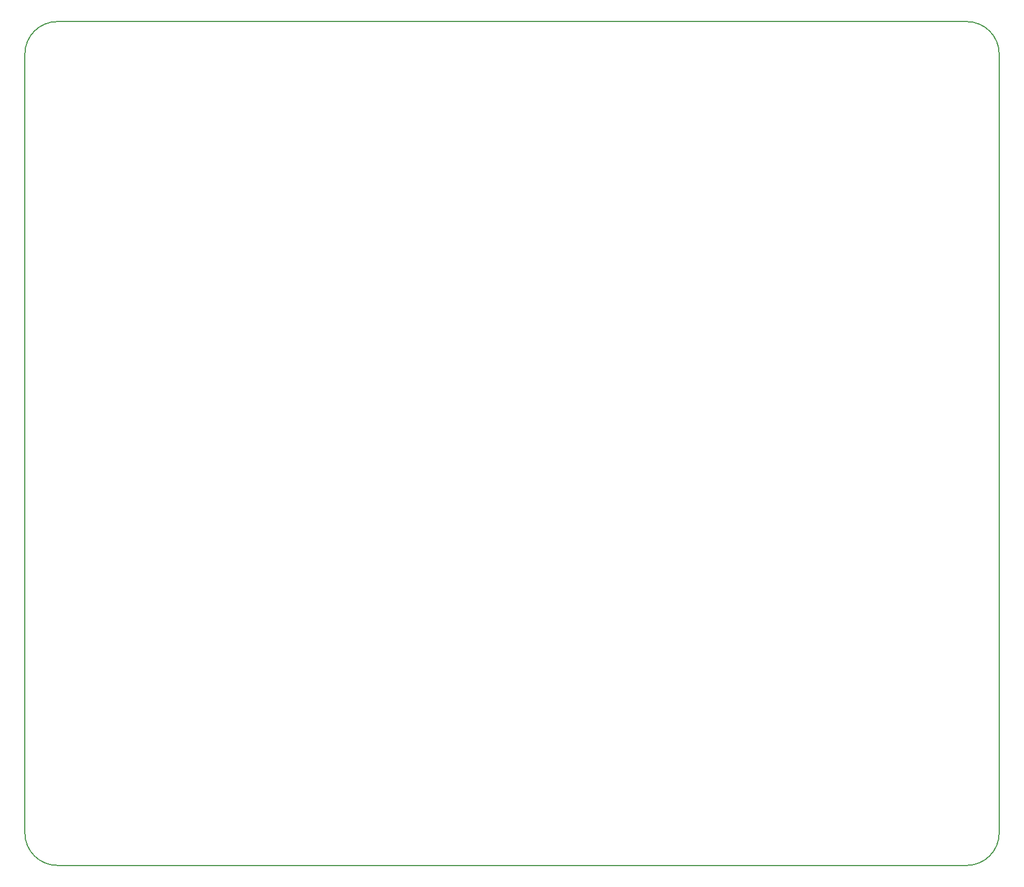
<source format=gbr>
%TF.GenerationSoftware,KiCad,Pcbnew,(5.1.9)-1*%
%TF.CreationDate,2021-06-10T16:35:11+02:00*%
%TF.ProjectId,08_Main_Gauche,30385f4d-6169-46e5-9f47-61756368652e,rev?*%
%TF.SameCoordinates,Original*%
%TF.FileFunction,Profile,NP*%
%FSLAX46Y46*%
G04 Gerber Fmt 4.6, Leading zero omitted, Abs format (unit mm)*
G04 Created by KiCad (PCBNEW (5.1.9)-1) date 2021-06-10 16:35:11*
%MOMM*%
%LPD*%
G01*
G04 APERTURE LIST*
%TA.AperFunction,Profile*%
%ADD10C,0.150000*%
%TD*%
G04 APERTURE END LIST*
D10*
X185000000Y-15000000D02*
G75*
G02*
X190000000Y-20000000I0J-5000000D01*
G01*
X190000000Y-140000000D02*
G75*
G02*
X185000000Y-145000000I-5000000J0D01*
G01*
X45000000Y-145000000D02*
G75*
G02*
X40000000Y-140000000I0J5000000D01*
G01*
X40000000Y-20000000D02*
G75*
G02*
X45000000Y-15000000I5000000J0D01*
G01*
X40000000Y-140000000D02*
X40000000Y-20000000D01*
X185000000Y-145000000D02*
X45000000Y-145000000D01*
X190000000Y-20000000D02*
X190000000Y-140000000D01*
X45000000Y-15000000D02*
X185000000Y-15000000D01*
M02*

</source>
